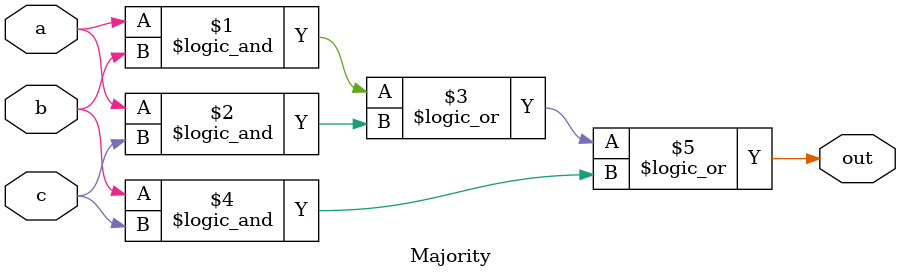
<source format=v>
module Majority(a, b, c, out);

input wire a, b, c;
output wire out;

assign out = (a && b) || (a && c) || (b && c);

endmodule

</source>
